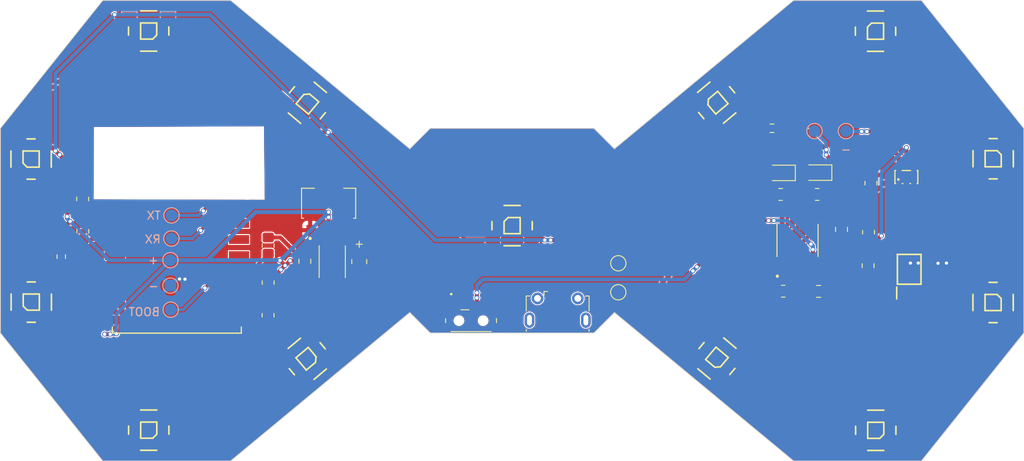
<source format=kicad_pcb>
(kicad_pcb (version 20221018) (generator pcbnew)
  (layers (0 "F.Cu" signal) (31 "B.Cu" signal) (34 "B.Paste" user) (35 "F.Paste" user) (36 "B.SilkS" user "B.Silkscreen") (37 "F.SilkS" user "F.Silkscreen") (38 "B.Mask" user) (39 "F.Mask" user) (44 "Edge.Cuts" user))
  (net 0 "")
  (net 1 "GND")
  (net 2 "+3V3")
  (net 3 "Net-(D1-A)")
  (net 4 "Net-(U3-GND)")
  (net 5 "Net-(U3-VDD)")
  (net 6 "Net-(SW1-C)")
  (net 7 "Net-(D1-K)")
  (net 8 "Net-(D2-K)")
  (net 9 "LED_SIG")
  (net 10 "Net-(U1-TXD)")
  (net 11 "Net-(U1-RXD)")
  (net 12 "Net-(U1-GPIO0)")
  (net 17 "Net-(LED1-DOUT)")
  (net 18 "Net-(LED2-DOUT)")
  (net 19 "Net-(LED3-DOUT)")
  (net 20 "Net-(LED4-DOUT)")
  (net 21 "Net-(LED5-DOUT)")
  (net 22 "Net-(LED6-DOUT)")
  (net 23 "Net-(LED7-DOUT)")
  (net 24 "Net-(LED8-DOUT)")
  (net 25 "Net-(LED10-DIN)")
  (net 26 "Net-(LED10-DOUT)")
  (net 27 "Net-(LED11-DOUT)")
  (net 28 "Net-(LED12-DOUT)")
  (net 30 "Net-(U1-CH_PD)")
  (net 31 "Net-(U1-REST)")
  (net 32 "Net-(U1-GPIO15)")
  (net 33 "Net-(U1-GPIO2)")
  (net 34 "Net-(U2-PROG)")
  (net 35 "Net-(U2-~{STDBY})")
  (net 36 "Net-(U2-~{CHRG})")
  (net 37 "Net-(U3-CSI)")
  (net 50 "Net-(U3-OD)")
  (net 51 "Net-(U3-OC)")
  (net 53 "Net-(U4-D12-Pad1)")
  (net 56 "Net-(LED1-VDD)")
  (net 57 "LED_VOLTAGE")
  (footprint "Switch:MSK12C02" (layer "F.Cu") (at 76.325 63.875)
    (fp_text reference "SW1" hide)
    (fp_text value "SW_SPDT" hide)
  )
  (footprint "Resistor_SMD:R_0805_2012Metric_Pad1.20x1.40mm_HandSolder" (layer "F.Cu") (at 51.15 54.55 -90)
    (fp_text reference "R4" hide)
    (fp_text value "10K")
  )
  (footprint "GlowTie:WS2812B" (layer "F.Cu") (at 106.81 36.82 -50)
    (fp_text reference "LED8" hide)
    (fp_text value "WS2812B" hide)
  )
  (footprint "GlowTie:WS2812B" (layer "F.Cu") (at 126.52 27.95 -90)
    (fp_text reference "LED9" hide)
    (fp_text value "WS2812B" hide)
  )
  (footprint "GlowTie:WS2812B" (layer "F.Cu") (at 21.73 43.82)
    (fp_text reference "LED4" hide)
    (fp_text value "WS2812B" hide)
  )
  (footprint "GlowTie:WS2812B" (layer "F.Cu") (at 36.33 77.46 90)
    (fp_text reference "LED2" hide)
    (fp_text value "WS2812B" hide)
  )
  (footprint "Capacitor_SMD:C_0805_2012Metric_Pad1.18x1.45mm_HandSolder" (layer "F.Cu") (at 125.6 57.05 -90)
    (fp_text reference "C3" hide)
    (fp_text value "10uF")
  )
  (footprint "GlowTie:WS2812B" (layer "F.Cu") (at 106.84 68.57 50)
    (fp_text reference "LED13" hide)
    (fp_text value "WS2812B" hide)
  )
  (footprint "Resistor_SMD:R_0603_1608Metric" (layer "F.Cu") (at 25.475 55.925 -90)
    (fp_text reference "R11" hide)
    (fp_text value "R")
  )
  (footprint "Resistor_SMD:R_0805_2012Metric_Pad1.20x1.40mm_HandSolder" (layer "F.Cu") (at 28.13 48.77 -90)
    (fp_text reference "R2" hide)
    (fp_text value "10K")
  )
  (footprint "TestPoint:TestPoint_Pad_D1.5mm" (layer "F.Cu") (at 94.6 60.35)
    (fp_text reference "J8" hide)
    (fp_text value "VINPUT")
  )
  (footprint "GlowTie:WS2812B" (layer "F.Cu") (at 81.42 52.08 -90)
    (fp_text reference "LED7" hide)
    (fp_text value "WS2812B" hide)
  )
  (footprint "GlowTie:DW01A" (layer "F.Cu") (at 130.35 46.05)
    (fp_text reference "U3" hide)
    (fp_text value "DW01A")
  )
  (footprint "GlowTie:ESP-12E_SMD" (layer "F.Cu") (at 32.83 49.8025)
    (fp_text reference "U1" hide)
    (fp_text value "ESP-12F" hide)
  )
  (footprint "GlowTie:FS8205A" (layer "F.Cu") (at 130.7 57.5 90)
    (fp_text reference "U4" hide)
    (fp_text value "FS8205A" hide)
  )
  (footprint "Resistor_SMD:R_0805_2012Metric_Pad1.20x1.40mm_HandSolder" (layer "F.Cu") (at 119.28 48.21 180)
    (fp_text reference "R7" hide)
    (fp_text value "1k")
  )
  (footprint "Capacitor_SMD:C_0805_2012Metric_Pad1.18x1.45mm_HandSolder" (layer "F.Cu") (at 55.7 56.5 -90)
    (fp_text reference "C4" hide)
    (fp_text value "1uF" hide)
  )
  (footprint "Resistor_SMD:R_0805_2012Metric_Pad1.20x1.40mm_HandSolder" (layer "F.Cu") (at 125.65 52.9 -90)
    (fp_text reference "R9" hide)
    (fp_text value "100")
  )
  (footprint "Resistor_SMD:R_0805_2012Metric_Pad1.20x1.40mm_HandSolder" (layer "F.Cu") (at 51.14 63.2 -90)
    (fp_text reference "R3" hide)
    (fp_text value "10K")
  )
  (footprint "Resistor_SMD:R_0805_2012Metric_Pad1.20x1.40mm_HandSolder" (layer "F.Cu") (at 51.15 59.15 -90)
    (fp_text reference "R5" hide)
    (fp_text value "10K")
  )
  (footprint "GlowTie:AMS1117-3.3" (layer "F.Cu") (at 58.65 49.301)
    (fp_text reference "U5" hide)
    (fp_text value "LDO")
  )
  (footprint "Resistor_SMD:R_0805_2012Metric_Pad1.20x1.40mm_HandSolder" (layer "F.Cu") (at 125.95 46.8 90)
    (fp_text reference "R10" hide)
    (fp_text value "1k")
  )
  (footprint "GlowTie:WS2812B" (layer "F.Cu") (at 21.75 61.57)
    (fp_text reference "LED3" hide)
    (fp_text value "WS2812B" hide)
  )
  (footprint "Resistor_SMD:R_0805_2012Metric_Pad1.20x1.40mm_HandSolder" (layer "F.Cu") (at 114.74 48.21)
    (fp_text reference "R8" hide)
    (fp_text value "1k")
  )
  (footprint "GlowTie:Tantalum_10uF" (layer "F.Cu") (at 62.45 56.55 90)
    (fp_text reference "C5" hide)
    (fp_text value "10uF" hide)
  )
  (footprint "GlowTie:WS2812B" (layer "F.Cu") (at 141.11 61.62 180)
    (fp_text reference "LED11" hide)
    (fp_text value "WS2812B" hide)
  )
  (footprint "GlowTie:WS2812B" (layer "F.Cu") (at 141.12 43.78 180)
    (fp_text reference "LED10" hide)
    (fp_text value "WS2812B" hide)
  )
  (footprint "Capacitor_SMD:C_0805_2012Metric_Pad1.18x1.45mm_HandSolder" (layer "F.Cu") (at 122.3 52.55 90)
    (fp_text reference "C1" hide)
    (fp_text value "0.1uF")
  )
  (footprint "GlowTie:Tantalum_100uF" (layer "F.Cu") (at 59.1 56.55 -90)
    (fp_text reference "C6" hide)
    (fp_text value "100uF" hide)
  )
  (footprint "GlowTie:WS2812B" (layer "F.Cu") (at 56.02 36.83 -130)
    (fp_text reference "LED6" hide)
    (fp_text value "WS2812B" hide)
  )
  (footprint "LED_SMD:LED_0805_2012Metric_Pad1.15x1.40mm_HandSolder" (layer "F.Cu") (at 119.2375 45.5 180)
    (fp_text reference "D1" hide)
    (fp_text value "GREEN")
  )
  (footprint "Resistor_SMD:R_0603_1608Metric" (layer "F.Cu") (at 113.675 40 180)
    (fp_text reference "R12" hide)
    (fp_text value "R" hide)
  )
  (footprint "Capacitor_SMD:C_0805_2012Metric_Pad1.18x1.45mm_HandSolder" (layer "F.Cu") (at 119.45 60.24)
    (fp_text reference "C2" hide)
    (fp_text value "0.1uF")
  )
  (footprint "Resistor_SMD:R_0805_2012Metric_Pad1.20x1.40mm_HandSolder" (layer "F.Cu") (at 115.07 60.22)
    (fp_text reference "R6" hide)
    (fp_text value "1.2k")
  )
  (footprint "Connector_USB:USB_Micro-B_Molex-105017-0001" (layer "F.Cu") (at 87.075 62.575)
    (fp_text reference "J6" hide)
    (fp_text value "USB_B_Micro")
  )
  (footprint "GlowTie:WS2812B" (layer "F.Cu") (at 56 68.6 130)
    (fp_text reference "LED1" hide)
    (fp_text value "WS2812B" hide)
  )
  (footprint "GlowTie:WS2812B" (layer "F.Cu") (at 36.32 27.93 90)
    (fp_text reference "LED5" hide)
    (fp_text value "WS2812B" hide)
  )
  (footprint "Resistor_SMD:R_0805_2012Metric_Pad1.20x1.40mm_HandSolder" (layer "F.Cu") (at 28.15 52.78 -90)
    (fp_text reference "R1" hide)
    (fp_text value "10K")
  )
  (footprint "GlowTie:TP4056" (layer "F.Cu") (at 116.84 53.91 90)
    (fp_text reference "U2" hide)
    (fp_text value "TP4056")
  )
  (footprint "TestPoint:TestPoint_Pad_D1.5mm" (layer "F.Cu") (at 94.6 56.75)
    (fp_text reference "J7" hide)
    (fp_text value "GND")
  )
  (footprint "LED_SMD:LED_0805_2012Metric_Pad1.15x1.40mm_HandSolder" (layer "F.Cu") (at 114.7075 45.54 180)
    (fp_text reference "D2" hide)
    (fp_text value "RED")
  )
  (footprint "GlowTie:WS2812B" (layer "F.Cu") (at 126.55 77.48 90)
    (fp_text reference "LED12" hide)
    (fp_text value "WS2812B" hide)
  )
  (footprint "TestPoint:TestPoint_Pad_D1.5mm" (layer "B.Cu") (at 39.02 59.52 180)
    (fp_text reference "J2" hide)
    (fp_text value "-")
  )
  (footprint "TestPoint:TestPoint_Pad_D1.5mm" (layer "B.Cu") (at 39.16 50.81 180)
    (fp_text reference "J3" hide)
    (fp_text value "TX")
  )
  (footprint "TestPoint:TestPoint_Pad_D1.5mm" (layer "B.Cu") (at 122.85 40.35 180)
    (fp_text reference "J9" hide)
    (fp_text value "-")
  )
  (footprint "TestPoint:TestPoint_Pad_D1.5mm" (layer "B.Cu") (at 39.06 62.51 180)
    (fp_text reference "J5" hide)
    (fp_text value "BOOT")
  )
  (footprint "TestPoint:TestPoint_Pad_D1.5mm" (layer "B.Cu") (at 39.01 56.37 180)
    (fp_text reference "J1" hide)
    (fp_text value "+")
  )
  (footprint "TestPoint:TestPoint_Pad_D1.5mm" (layer "B.Cu") (at 118.95 40.35 180)
    (fp_text reference "J10" hide)
    (fp_text value "VBATT1")
  )
  (footprint "TestPoint:TestPoint_Pad_D1.5mm" (layer "B.Cu") (at 39.14 53.68 180)
    (fp_text reference "J4" hide)
    (fp_text value "RX")
  )
  (gr_line (start 132.22 81.28) (end 116.345 81.28) (stroke (width 0.1)) (layer "Edge.Cuts"))
  (gr_line (start 30.62 24.13) (end 17.92 40.005) (stroke (width 0.1)) (layer "Edge.Cuts"))
  (gr_line (start 17.92 65.405) (end 30.62 81.28) (stroke (width 0.1)) (layer "Edge.Cuts"))
  (gr_line (start 30.62 24.13) (end 46.495 24.13) (stroke (width 0.1)) (layer "Edge.Cuts"))
  (gr_line (start 144.92 65.405) (end 132.22 81.28) (stroke (width 0.1)) (layer "Edge.Cuts"))
  (gr_line (start 91.58 40.005) (end 94.12 42.545) (stroke (width 0.1)) (layer "Edge.Cuts"))
  (gr_line (start 81.42 65.405) (end 91.58 65.405) (stroke (width 0.1)) (layer "Edge.Cuts"))
  (gr_line (start 68.72 42.545) (end 46.495 24.13) (stroke (width 0.1)) (layer "Edge.Cuts"))
  (gr_line (start 144.92 65.405) (end 144.92 40.005) (stroke (width 0.1)) (layer "Edge.Cuts"))
  (gr_line (start 71.26 65.405) (end 68.72 62.865) (stroke (width 0.1)) (layer "Edge.Cuts"))
  (gr_line (start 30.62 81.28) (end 46.495 81.28) (stroke (width 0.1)) (layer "Edge.Cuts"))
  (gr_line (start 91.58 65.405) (end 94.12 62.865) (stroke (width 0.1)) (layer "Edge.Cuts"))
  (gr_line (start 17.92 40.005) (end 17.92 65.405) (stroke (width 0.1)) (layer "Edge.Cuts"))
  (gr_line (start 81.42 65.405) (end 71.26 65.405) (stroke (width 0.1)) (layer "Edge.Cuts"))
  (gr_line (start 68.72 42.545) (end 71.26 40.005) (stroke (width 0.1)) (layer "Edge.Cuts"))
  (gr_line (start 71.26 40.005) (end 91.58 40.005) (stroke (width 0.1)) (layer "Edge.Cuts"))
  (gr_line (start 116.345 24.13) (end 94.12 42.545) (stroke (width 0.1)) (layer "Edge.Cuts"))
  (gr_line (start 132.22 24.13) (end 144.92 40.005) (stroke (width 0.1)) (layer "Edge.Cuts"))
  (gr_line (start 46.495 81.28) (end 68.72 62.865) (stroke (width 0.1)) (layer "Edge.Cuts"))
  (gr_line (start 116.345 81.28) (end 94.12 62.865) (stroke (width 0.1)) (layer "Edge.Cuts"))
  (gr_line (start 132.22 24.13) (end 116.345 24.13) (stroke (width 0.1)) (layer "Edge.Cuts"))
  (segment (start 130.375 54.562) (end 131.025 54.562) (width 0.5) (layer "F.Cu") (net 1))
  (segment (start 134.275 56.75) (end 135.3 56.75) (width 0.5) (layer "F.Cu") (net 1))
  (segment (start 114.95 56.37) (end 114.935 56.385) (width 0.5) (layer "F.Cu") (net 1))
  (segment (start 135.3 56.75) (end 135.325 56.725) (width 0.5) (layer "F.Cu") (net 1))
  (segment (start 130.85 56.725) (end 131.825 56.725) (width 0.5) (layer "F.Cu") (net 1))
  (via (at 131.825 56.725) (size 0.6) (drill 0.4) (layers "F.Cu" "B.Cu") (net 1))
  (via (at 40.825 58.725) (size 0.6) (drill 0.4) (layers "F.Cu" "B.Cu") (net 1))
  (via (at 134.275 56.75) (size 0.6) (drill 0.4) (layers "F.Cu" "B.Cu") (net 1))
  (via (at 135.325 56.725) (size 0.6) (drill 0.4) (layers "F.Cu" "B.Cu") (net 1))
  (via (at 40.15 58.7) (size 0.6) (drill 0.4) (layers "F.Cu" "B.Cu") (net 1))
  (via (at 130.85 56.725) (size 0.6) (drill 0.4) (layers "F.Cu" "B.Cu") (net 1))
  (segment (start 40.15 58.7) (end 40.8 58.7) (width 0.5) (layer "B.Cu") (net 1))
  (segment (start 134.275 56.75) (end 131.85 56.75) (width 0.5) (layer "B.Cu") (net 1))
  (segment (start 39.84 58.7) (end 40.15 58.7) (width 0.5) (layer "B.Cu") (net 1))
  (segment (start 39.02 59.52) (end 39.84 58.7) (width 0.5) (layer "B.Cu") (net 1))
  (segment (start 131.85 56.75) (end 131.825 56.725) (width 0.5) (layer "B.Cu") (net 1))
  (segment (start 52.65 53.55) (end 51.15 53.55) (width 0.5) (layer "F.Cu") (net 2))
  (segment (start 26.2 51.175) (end 26.575 51.55) (width 0.5) (layer "F.Cu") (net 2))
  (segment (start 52.625 56.4) (end 53.25 57.025) (width 0.5) (layer "F.Cu") (net 2))
  (segment (start 26.575 51.565) (end 26.575 51.55) (width 0.5) (layer "F.Cu") (net 2))
  (segment (start 53.35 54.25) (end 52.65 53.55) (width 0.5) (layer "F.Cu") (net 2))
  (segment (start 53.25 57.025) (end 53.275 57.025) (width 0.5) (layer "F.Cu") (net 2))
  (segment (start 52.725 57.55) (end 53.25 57.025) (width 0.5) (layer "F.Cu") (net 2))
  (segment (start 26.2 50.95) (end 26.225 50.925) (width 0.5) (layer "F.Cu") (net 2))
  (segment (start 31.55 65.55) (end 30.85 65.55) (width 0.5) (layer "F.Cu") (net 2))
  (segment (start 58.65 52.646) (end 58.65 51.05) (width 0.5) (layer "F.Cu") (net 2))
  (segment (start 53.875 56.425) (end 54.7375 56.425) (width 0.5) (layer "F.Cu") (net 2))
  (segment (start 59.1 55.292176) (end 59.1 53.096) (width 0.5) (layer "F.Cu") (net 2))
  (segment (start 32.325 65.5) (end 31.6 65.5) (width 0.5) (layer "F.Cu") (net 2))
  (segment (start 26.79 51.78) (end 26.575 51.565) (width 0.5) (layer "F.Cu") (net 2))
  (segment (start 53.275 57.025) (end 53.875 56.425) (width 0.5) (layer "F.Cu") (net 2))
  (segment (start 58.65 51.05) (end 58.65 50.4) (width 0.5) (layer "F.Cu") (net 2))
  (segment (start 28.15 51.78) (end 26.79 51.78) (width 0.5) (layer "F.Cu") (net 2))
  (segment (start 54.5625 55.4625) (end 53.35 54.25) (width 0.5) (layer "F.Cu") (net 2))
  (segment (start 59.1 53.096) (end 58.65 52.646) (width 0.5) (layer "F.Cu") (net 2))
  (segment (start 31.6 65.5) (end 31.55 65.55) (width 0.5) (layer "F.Cu") (net 2))
  (segment (start 52.15 58.15) (end 52.725 57.575) (width 0.5) (layer "F.Cu") (net 2))
  (segment (start 32.83 65.02) (end 32.35 65.5) (width 0.5) (layer "F.Cu") (net 2))
  (segment (start 58.929676 55.4625) (end 59.1 55.292176) (width 0.5) (layer "F.Cu") (net 2))
  (segment (start 55.7 55.4625) (end 58.929676 55.4625) (width 0.5) (layer "F.Cu") (net 2))
  (segment (start 54.7375 56.425) (end 55.7 55.4625) (width 0.5) (layer "F.Cu") (net 2))
  (segment (start 55.7 55.4625) (end 54.5625 55.4625) (width 0.5) (layer "F.Cu") (net 2))
  (segment (start 32.83 63.8025) (end 32.83 65.02) (width 0.5) (layer "F.Cu") (net 2))
  (segment (start 27.605 47.77) (end 28.13 47.77) (width 0.5) (layer "F.Cu") (net 2))
  (segment (start 51.15 58.15) (end 52.15 58.15) (width 0.5) (layer "F.Cu") (net 2))
  (segment (start 26.225 50.925) (end 26.225 49.15) (width 0.5) (layer "F.Cu") (net 2))
  (segment (start 25.475 55.1) (end 25.475 52.65) (width 0.5) (layer "F.Cu") (net 2))
  (segment (start 52.725 57.575) (end 52.725 57.55) (width 0.5) (layer "F.Cu") (net 2))
  (segment (start 25.475 52.65) (end 26.575 51.55) (width 0.5) (layer "F.Cu") (net 2))
  (segment (start 26.225 49.15) (end 27.605 47.77) (width 0.5) (layer "F.Cu") (net 2))
  (via (at 53.875 56.425) (size 0.6) (drill 0.4) (layers "F.Cu" "B.Cu") (net 2))
  (via (at 52.625 56.4) (size 0.6) (drill 0.4) (layers "F.Cu" "B.Cu") (net 2))
  (via (at 26.575 51.55) (size 0.6) (drill 0.4) (layers "F.Cu" "B.Cu") (net 2))
  (via (at 30.85 65.55) (size 0.6) (drill 0.4) (layers "F.Cu" "B.Cu") (net 2))
  (via (at 58.65 50.4) (size 0.6) (drill 0.4) (layers "F.Cu" "B.Cu") (net 2))
  (via (at 58.65 51.05) (size 0.6) (drill 0.4) (layers "F.Cu" "B.Cu") (net 2))
  (via (at 52.725 57.55) (size 0.6) (drill 0.4) (layers "F.Cu" "B.Cu") (net 2))
  (via (at 31.55 65.55) (size 0.6) (drill 0.4) (layers "F.Cu" "B.Cu") (net 2))
  (via (at 53.25 57.025) (size 0.6) (drill 0.4) (layers "F.Cu" "B.Cu") (net 2))
  (via (at 26.2 50.95) (size 0.6) (drill 0.4) (layers "F.Cu" "B.Cu") (net 2))
  (via (at 32.325 65.5) (size 0.6) (drill 0.4) (layers "F.Cu" "B.Cu") (net 2))
  (segment (start 58.65 50.4) (end 49.575 50.4) (width 0.5) (layer "B.Cu") (net 2))
  (segment (start 52.655 56.37) (end 52.625 56.4) (width 0.5) (layer "B.Cu") (net 2))
  (segment (start 39.01 56.37) (end 31.395 56.37) (width 0.5) (layer "B.Cu") (net 2))
  (segment (start 32.3 63.08) (end 39.01 56.37) (width 0.5) (layer "B.Cu") (net 2))
  (segment (start 52.595 56.37) (end 52.545 56.37) (width 0.5) (layer "B.Cu") (net 2))
  (segment (start 49.575 50.4) (end 43.605 56.37) (width 0.5) (layer "B.Cu") (net 2))
  (segment (start 39.01 56.37) (end 52.545 56.37) (width 0.5) (layer "B.Cu") (net 2))
  (segment (start 43.605 56.37) (end 39.01 56.37) (width 0.5) (layer "B.Cu") (net 2))
  (segment (start 32.3 65.5) (end 32.3 63.08) (width 0.5) (layer "B.Cu") (net 2))
  (segment (start 31.395 56.37) (end 26.575 51.55) (width 0.5) (layer "B.Cu") (net 2))
  (segment (start 52.68 56.37) (end 52.655 56.37) (width 0.5) (layer "B.Cu") (net 2))
  (segment (start 32.3 65.5) (end 31.6 65.5) (width 0.5) (layer "B.Cu") (net 2))
  (segment (start 26.2 50.95) (end 26.2 51.175) (width 0.5) (layer "B.Cu") (net 2))
  (segment (start 58.65 50.4) (end 52.68 56.37) (width 0.5) (layer "B.Cu") (net 2))
  (segment (start 52.625 56.4) (end 52.595 56.37) (width 0.5) (layer "B.Cu") (net 2))
  (segment (start 26.2 51.175) (end 26.575 51.55) (width 0.5) (layer "B.Cu") (net 2))
  (segment (start 119.5025 56.385) (end 122.3 53.5875) (width 0.5) (layer "F.Cu") (net 3))
  (segment (start 113.6825 44.7175) (end 113.6825 45.54) (width 0.5) (layer "F.Cu") (net 3))
  (segment (start 94.6 60.35) (end 98.8725 60.35) (width 0.5) (layer "F.Cu") (net 3))
  (segment (start 118.75 54.65) (end 118.75 55.05) (width 0.5) (layer "F.Cu") (net 3))
  (segment (start 118.75 55.05) (end 118.75 56.38) (width 0.5) (layer "F.Cu") (net 3))
  (segment (start 118.5 54.4) (end 118.75 54.65) (width 0.5) (layer "F.Cu") (net 3))
  (segment (start 98.8725 60.35) (end 109.71125 49.51125) (width 0.5) (layer "F.Cu") (net 3))
  (segment (start 92.3 60.35) (end 94.6 60.35) (width 0.5) (layer "F.Cu") (net 3))
  (segment (start 117.1 43.5) (end 114.9 43.5) (width 0.5) (layer "F.Cu") (net 3))
  (segment (start 86.925 63.5) (end 89.15 63.5) (width 0.5) (layer "F.Cu") (net 3))
  (segment (start 118.2125 45.5) (end 118.2125 44.6125) (width 0.5) (layer "F.Cu") (net 3))
  (segment (start 85.775 62.35) (end 86.925 63.5) (width 0.5) (layer "F.Cu") (net 3))
  (segment (start 89.15 63.5) (end 92.3 60.35) (width 0.5) (layer "F.Cu") (net 3))
  (segment (start 113.25 51.45) (end 113.235 51.435) (width 0.5) (layer "F.Cu") (net 3))
  (segment (start 111.635 51.435) (end 109.71125 49.51125) (width 0.5) (layer "F.Cu") (net 3))
  (segment (start 85.775 61.1125) (end 85.775 62.35) (width 0.5) (layer "F.Cu") (net 3))
  (segment (start 113.25 51.45) (end 113.9 51.45) (width 0.5) (layer "F.Cu") (net 3))
  (segment (start 113.235 51.435) (end 111.635 51.435) (width 0.5) (layer "F.Cu") (net 3))
  (segment (start 118.2125 44.6125) (end 117.1 43.5) (width 0.5) (layer "F.Cu") (net 3))
  (segment (start 114.935 51.435) (end 113.915 51.435) (width 0.5) (layer "F.Cu") (net 3))
  (segment (start 113.915 51.435) (end 113.9 51.45) (width 0.5) (layer "F.Cu") (net 3))
  (segment (start 114.9 43.5) (end 113.6825 44.7175) (width 0.5) (layer "F.Cu") (net 3))
  (segment (start 109.71125 49.51125) (end 113.6825 45.54) (width 0.5) (layer "F.Cu") (net 3))
  (segment (start 118.745 56.385) (end 119.5025 56.385) (width 0.5) (layer "F.Cu") (net 3))
  (via (at 113.9 51.45) (size 0.6) (drill 0.4) (layers "F.Cu" "B.Cu") (net 3))
  (via (at 118.75 55.05) (size 0.6) (drill 0.4) (layers "F.Cu" "B.Cu") (net 3))
  (via (at 113.25 51.45) (size 0.6) (drill 0.4) (layers "F.Cu" "B.Cu") (net 3))
  (via (at 118.5 54.375) (size 0.6) (drill 0.4) (layers "F.Cu" "B.Cu") (net 3))
  (segment (start 113.9 51.45) (end 115.55 51.45) (width 0.5) (layer "B.Cu") (net 3))
  (segment (start 118.75 54.625) (end 118.5 54.375) (width 0.5) (layer "B.Cu") (net 3))
  (segment (start 118.75 55.05) (end 118.75 54.625) (width 0.5) (layer "B.Cu") (net 3))
  (segment (start 115.55 51.45) (end 118.5 54.4) (width 0.5) (layer "B.Cu") (net 3))
  (segment (start 134.05 58.7) (end 133.4 58.05) (width 0.5) (layer "F.Cu") (net 4))
  (segment (start 129.4 43.45) (end 126.35 40.4) (width 0.5) (layer "F.Cu") (net 4))
  (segment (start 130.913 60.55) (end 131.025 60.438) (width 0.5) (layer "F.Cu") (net 4))
  (segment (start 126.35 40.4) (end 125.45 40.4) (width 0.5) (layer "F.Cu") (net 4))
  (segment (start 118.4125 60.24) (end 118.4125 61.4625) (width 0.5) (layer "F.Cu") (net 4))
  (segment (start 133.05 58.05) (end 131.2 58.05) (width 0.5) (layer "F.Cu") (net 4))
  (segment (start 130.7 58.55) (end 130.7 60.55) (width 0.5) (layer "F.Cu") (net 4))
  (segment (start 130.7 60.55) (end 130.913 60.55) (width 0.5) (layer "F.Cu") (net 4))
  (segment (start 118.4125 61.4625) (end 121 64.05) (width 0.5) (layer "F.Cu") (net 4))
  (segment (start 133.05 41.35) (end 132.1 40.4) (width 0.5) (layer "F.Cu") (net 4))
  (segment (start 121 64.05) (end 132.6 64.05) (width 0.5) (layer "F.Cu") (net 4))
  (segment (start 132.6 64.05) (end 134.05 62.6) (width 0.5) (layer "F.Cu") (net 4))
  (segment (start 129.4 44.75) (end 129.4 43.45) (width 0.5) (layer "F.Cu") (net 4))
  (segment (start 133.4 58.05) (end 133.05 58.05) (width 0.5) (layer "F.Cu") (net 4))
  (segment (start 131.2 58.05) (end 130.7 58.55) (width 0.5) (layer "F.Cu") (net 4))
  (segment (start 134.05 62.6) (end 134.05 58.7) (width 0.5) (layer "F.Cu") (net 4))
  (segment (start 132.1 40.4) (end 126.35 40.4) (width 0.5) (layer "F.Cu") (net 4))
  (segment (start 133.05 58.05) (end 133.05 41.35) (width 0.5) (layer "F.Cu") (net 4))
  (via (at 125.45 40.4) (size 0.6) (drill 0.4) (layers "F.Cu" "B.Cu") (net 4))
  (via (at 124.8 40.4) (size 0.6) (drill 0.4) (layers "F.Cu" "B.Cu") (net 4))
  (segment (start 124.8 40.4) (end 122.9 40.4) (width 0.5) (layer "B.Cu") (net 4))
  (segment (start 124.8 40.4) (end 125.45 40.4) (width 0.5) (layer "B.Cu") (net 4))
  (segment (start 122.9 40.4) (end 122.85 40.35) (width 0.5) (layer "B.Cu") (net 4))
  (segment (start 126.75 53.9) (end 125.65 53.9) (width 0.5) (layer "F.Cu") (net 5))
  (segment (start 127.5 54.65) (end 126.75 53.9) (width 0.5) (layer "F.Cu") (net 5))
  (segment (start 126.76 60.24) (end 127.5 59.5) (width 0.5) (layer "F.Cu") (net 5))
  (segment (start 127.2 53.35) (end 127.25 53.35) (width 0.5) (layer "F.Cu") (net 5))
  (segment (start 127.25 53.3) (end 127.2 53.35) (width 0.5) (layer "F.Cu") (net 5))
  (segment (start 125.65 53.9) (end 126.65 53.9) (width 0.5) (layer "F.Cu") (net 5))
  (segment (start 130.35 44.75) (end 130.35 42.4) (width 0.5) (layer "F.Cu") (net 5))
  (segment (start 126.65 53.9) (end 127.2 53.35) (width 0.5) (layer "F.Cu") (net 5))
  (segment (start 120.4875 60.24) (end 126.76 60.24) (width 0.5) (layer "F.Cu") (net 5))
  (segment (start 127.5 59.5) (end 127.5 54.65) (width 0.5) (layer "F.Cu") (net 5))
  (segment (start 127.25 53.35) (end 127.25 53.3) (width 0.5) (layer "F.Cu") (net 5))
  (via (at 127.25 53.35) (size 0.6) (drill 0.4) (layers "F.Cu" "B.Cu") (net 5))
  (via (at 130.35 42.4) (size 0.6) (drill 0.4) (layers "F.Cu" "B.Cu") (net 5))
  (segment (start 127.25 45.5) (end 130.35 42.4) (width 0.5) (layer "B.Cu") (net 5))
  (segment (start 127.25 53.35) (end 127.25 45.5) (width 0.5) (layer "B.Cu") (net 5))
  (segment (start 60.94 52.646) (end 61.196 52.646) (width 0.5) (layer "F.Cu") (net 6))
  (segment (start 63.250278 54.6) (end 62.45 55.400278) (width 0.5) (layer "F.Cu") (net 6))
  (segment (start 74.075 60.725) (end 67.95 54.6) (width 0.5) (layer "F.Cu") (net 6))
  (segment (start 62.45 53.9) (end 62.45 55.400278) (width 0.5) (layer "F.Cu") (net 6))
  (segment (start 74.075 62.025) (end 74.075 60.725) (width 0.5) (layer "F.Cu") (net 6))
  (segment (start 61.196 52.646) (end 62.45 53.9) (width 0.5) (layer "F.Cu") (net 6))
  (segment (start 67.95 54.6) (end 63.250278 54.6) (width 0.5) (layer "F.Cu") (net 6))
  (segment (start 120.2625 48.1925) (end 120.28 48.21) (width 0.5) (layer "F.Cu") (net 7))
  (segment (start 120.2625 45.5) (end 120.2625 48.1925) (width 0.5) (layer "F.Cu") (net 7))
  (segment (start 115.7325 45.54) (end 115.7325 46.2175) (width 0.5) (layer "F.Cu") (net 8))
  (segment (start 115.7325 46.2175) (end 113.74 48.21) (width 0.5) (layer "F.Cu") (net 8))
  (segment (start 54.906664 65.793336) (end 56.777907 65.793336) (width 0.4) (layer "F.Cu") (net 9))
  (segment (start 31.6735 59.8) (end 30.15 59.8) (width 0.4) (layer "F.Cu") (net 9))
  (segment (start 29.35 66.5) (end 31.05 68.2) (width 0.4) (layer "F.Cu") (net 9))
  (segment (start 54.9 65.8) (end 54.906664 65.793336) (width 0.4) (layer "F.Cu") (net 9))
  (segment (start 32.83 59.8025) (end 31.676 59.8025) (width 0.4) (layer "F.Cu") (net 9))
  (segment (start 50.9 68.2) (end 53.3 65.8) (width 0.4) (layer "F.Cu") (net 9))
  (segment (start 29.35 60.6) (end 29.35 66.5) (width 0.4) (layer "F.Cu") (net 9))
  (segment (start 30.15 59.8) (end 29.35 60.6) (width 0.4) (layer "F.Cu") (net 9))
  (segment (start 31.676 59.8025) (end 31.6735 59.8) (width 0.4) (layer "F.Cu") (net 9))
  (segment (start 53.3 65.8) (end 54.9 65.8) (width 0.4) (layer "F.Cu") (net 9))
  (segment (start 31.05 68.2) (end 50.9 68.2) (width 0.4) (layer "F.Cu") (net 9))
  (segment (start 43.4975 49.8025) (end 46.83 49.8025) (width 0.4) (layer "F.Cu") (net 10))
  (segment (start 43.075 50.25) (end 43.4975 49.8275) (width 0.4) (layer "F.Cu") (net 10))
  (segment (start 43.4975 49.8275) (end 43.4975 49.8025) (width 0.4) (layer "F.Cu") (net 10))
  (via (at 43.1 50.25) (size 0.6) (drill 0.4) (layers "F.Cu" "B.Cu") (net 10))
  (segment (start 43.075 50.225) (end 42.49 50.81) (width 0.4) (layer "B.Cu") (net 10))
  (segment (start 42.49 50.81) (end 39.16 50.81) (width 0.4) (layer "B.Cu") (net 10))
  (segment (start 42.775 52.675) (end 43.6475 51.8025) (width 0.4) (layer "F.Cu") (net 11))
  (segment (start 43.6475 51.8025) (end 46.83 51.8025) (width 0.4) (layer "F.Cu") (net 11))
  (via (at 42.775 52.675) (size 0.6) (drill 0.4) (layers "F.Cu" "B.Cu") (net 11))
  (segment (start 41.77 53.68) (end 39.14 53.68) (width 0.4) (layer "B.Cu") (net 11))
  (segment (start 42.775 52.675) (end 41.77 53.68) (width 0.4) (layer "B.Cu") (net 11))
  (segment (start 51.15 55.63) (end 48.9775 57.8025) (width 0.4) (layer "F.Cu") (net 12))
  (segment (start 48.9775 57.8025) (end 46.83 57.8025) (width 0.4) (layer "F.Cu") (net 12))
  (segment (start 45.2975 57.8025) (end 46.83 57.8025) (width 0.4) (layer "F.Cu") (net 12))
  (segment (start 43.325 59.8) (end 45.2975 57.8275) (width 0.4) (layer "F.Cu") (net 12))
  (segment (start 51.15 55.55) (end 51.15 55.63) (width 0.4) (layer "F.Cu") (net 12))
  (segment (start 45.2975 57.8275) (end 45.2975 57.8025) (width 0.4) (layer "F.Cu") (net 12))
  (via (at 43.3 59.825) (size 0.6) (drill 0.4) (layers "F.Cu" "B.Cu") (net 12))
  (segment (start 43.275 59.825) (end 40.59 62.51) (width 0.4) (layer "B.Cu") (net 12))
  (segment (start 40.59 62.51) (end 39.06 62.51) (width 0.4) (layer "B.Cu") (net 12))
  (segment (start 38.73 76.43) (end 38.73 75.81) (width 0.4) (layer "F.Cu") (net 17))
  (segment (start 39.35 77.05) (end 38.73 76.43) (width 0.4) (layer "F.Cu") (net 17))
  (segment (start 49.578757 77.05) (end 39.35 77.05) (width 0.4) (layer "F.Cu") (net 17))
  (segment (start 55.222093 71.406664) (end 49.578757 77.05) (width 0.4) (layer "F.Cu") (net 17))
  (segment (start 32.11 79.11) (end 23.4 70.4) (width 0.4) (layer "F.Cu") (net 18))
  (segment (start 33.93 79.11) (end 32.11 79.11) (width 0.4) (layer "F.Cu") (net 18))
  (segment (start 23.4 70.4) (end 23.4 63.97) (width 0.4) (layer "F.Cu") (net 18))
  (segment (start 20.1 49.5) (end 23.38 46.22) (width 0.4) (layer "F.Cu") (net 19))
  (segment (start 20.1 59.17) (end 20.1 49.5) (width 0.4) (layer "F.Cu") (net 19))
  (segment (start 31.45 27.85) (end 37.55 27.85) (width 0.4) (layer "F.Cu") (net 20))
  (segment (start 20.08 41.42) (end 20.08 39.22) (width 0.4) (layer "F.Cu") (net 20))
  (segment (start 37.55 27.85) (end 38.72 26.68) (width 0.4) (layer "F.Cu") (net 20))
  (segment (start 20.08 39.22) (end 31.45 27.85) (width 0.4) (layer "F.Cu") (net 20))
  (segment (start 38.72 26.68) (end 38.72 26.28) (width 0.4) (layer "F.Cu") (net 20))
  (segment (start 51.969611 35.4) (end 53.120894 36.551283) (width 0.4) (layer "F.Cu") (net 21))
  (segment (start 51.9 35.4) (end 51.969611 35.4) (width 0.4) (layer "F.Cu") (net 21))
  (segment (start 35.49 31.15) (end 47.65 31.15) (width 0.4) (layer "F.Cu") (net 21))
  (segment (start 47.65 31.15) (end 51.9 35.4) (width 0.4) (layer "F.Cu") (net 21))
  (segment (start 33.92 29.58) (end 35.49 31.15) (width 0.4) (layer "F.Cu") (net 21))
  (segment (start 58.919106 37.108717) (end 75.45 53.639611) (width 0.4) (layer "F.Cu") (net 22))
  (segment (start 75.45 53.65) (end 75.53 53.73) (width 0.4) (layer "F.Cu") (net 22))
  (segment (start 75.45 53.639611) (end 75.45 53.65) (width 0.4) (layer "F.Cu") (net 22))
  (segment (start 75.53 53.73) (end 79.02 53.73) (width 0.4) (layer "F.Cu") (net 22))
  (segment (start 83.82 50.43) (end 95.228757 50.43) (width 0.4) (layer "F.Cu") (net 23))
  (segment (start 95.228757 50.43) (end 106.032093 39.626664) (width 0.4) (layer "F.Cu") (net 23))
  (segment (start 112.001243 29.6) (end 124.12 29.6) (width 0.4) (layer "F.Cu") (net 24))
  (segment (start 107.587907 34.013336) (end 112.001243 29.6) (width 0.4) (layer "F.Cu") (net 24))
  (segment (start 128.92 26.3) (end 139.47 36.85) (width 0.4) (layer "F.Cu") (net 25))
  (segment (start 139.47 36.85) (end 139.47 41.38) (width 0.4) (layer "F.Cu") (net 25))
  (segment (start 139.46 54.54) (end 139.46 59.22) (width 0.4) (layer "F.Cu") (net 26))
  (segment (start 142.77 46.18) (end 142.77 51.23) (width 0.4) (layer "F.Cu") (net 26))
  (segment (start 142.77 51.23) (end 139.46 54.54) (width 0.4) (layer "F.Cu") (net 26))
  (segment (start 142.76 65.49) (end 132.42 75.83) (width 0.4) (layer "F.Cu") (net 27))
  (segment (start 142.76 64.02) (end 142.76 65.49) (width 0.4) (layer "F.Cu") (net 27))
  (segment (start 132.42 75.83) (end 128.95 75.83) (width 0.4) (layer "F.Cu") (net 27))
  (segment (start 124.15 79.13) (end 120.020389 79.13) (width 0.4) (layer "F.Cu") (net 28))
  (segment (start 120.020389 79.13) (end 109.739106 68.848717) (width 0.4) (layer "F.Cu") (net 28))
  (segment (start 28.15 53.78) (end 32.8075 53.78) (width 0.4) (layer "F.Cu") (net 30))
  (segment (start 32.8075 53.78) (end 32.83 53.8025) (width 0.4) (layer "F.Cu") (net 30))
  (segment (start 28.1625 49.8025) (end 32.83 49.8025) (width 0.4) (layer "F.Cu") (net 31))
  (segment (start 28.13 49.77) (end 28.1625 49.8025) (width 0.4) (layer "F.Cu") (net 31))
  (segment (start 50.7425 61.8025) (end 51.14 62.2) (width 0.4) (layer "F.Cu") (net 32))
  (segment (start 46.83 61.8025) (end 50.7425 61.8025) (width 0.4) (layer "F.Cu") (net 32))
  (segment (start 50.8025 59.8025) (end 51.15 60.15) (width 0.4) (layer "F.Cu") (net 33))
  (segment (start 46.83 59.8025) (end 50.8025 59.8025) (width 0.4) (layer "F.Cu") (net 33))
  (segment (start 116.205 60.085) (end 116.07 60.22) (width 0.5) (layer "F.Cu") (net 34))
  (segment (start 116.205 56.385) (end 116.205 60.085) (width 0.5) (layer "F.Cu") (net 34))
  (segment (start 117.475 49.015) (end 118.28 48.21) (width 0.5) (layer "F.Cu") (net 35))
  (segment (start 117.475 51.435) (end 117.475 49.015) (width 0.5) (layer "F.Cu") (net 35))
  (segment (start 116.205 51.435) (end 116.205 48.675) (width 0.5) (layer "F.Cu") (net 36))
  (segment (start 116.205 48.675) (end 115.74 48.21) (width 0.5) (layer "F.Cu") (net 36))
  (segment (start 130.35 47.35) (end 130.35 46.6) (width 0.5) (layer "F.Cu") (net 37))
  (segment (start 128.3 46.1) (end 126.6 47.8) (width 0.5) (layer "F.Cu") (net 37))
  (segment (start 126.6 47.8) (end 125.95 47.8) (width 0.5) (layer "F.Cu") (net 37))
  (segment (start 130.35 46.6) (end 129.85 46.1) (width 0.5) (layer "F.Cu") (net 37))
  (segment (start 129.85 46.1) (end 128.3 46.1) (width 0.5) (layer "F.Cu") (net 37))
  (segment (start 129 62.5) (end 131.1 62.5) (width 0.5) (layer "F.Cu") (net 50))
  (segment (start 128.45 48.3) (end 128.45 61.95) (width 0.5) (layer "F.Cu") (net 50))
  (segment (start 128.45 61.95) (end 129 62.5) (width 0.5) (layer "F.Cu") (net 50))
  (segment (start 129.4 47.35) (end 128.45 48.3) (width 0.5) (layer "F.Cu") (net 50))
  (segment (start 131.675 61.925) (end 131.675 60.438) (width 0.5) (layer "F.Cu") (net 50))
  (segment (start 131.1 62.5) (end 131.675 61.925) (width 0.5) (layer "F.Cu") (net 50))
  (segment (start 131.675 47.725) (end 131.3 47.35) (width 0.5) (layer "F.Cu") (net 51))
  (segment (start 131.675 54.562) (end 131.675 47.725) (width 0.5) (layer "F.Cu") (net 51))
  (segment (start 129.725 54.562) (end 129.725 60.438) (width 0.5) (layer "F.Cu") (net 53))
  (segment (start 32.48 26.28) (end 32.1 25.9) (width 0.5) (layer "F.Cu") (net 56))
  (segment (start 109.709106 36.541283) (end 112.650389 33.6) (width 0.5) (layer "F.Cu") (net 56))
  (segment (start 139.47 46.18) (end 136.625 49.025) (width 0.5) (layer "F.Cu") (net 56))
  (segment (start 85.33 53.73) (end 85.475 53.875) (width 0.5) (layer "F.Cu") (net 56))
  (segment (start 125.975 73.1) (end 124.15 74.925) (width 0.5) (layer "F.Cu") (net 56))
  (segment (start 25.225 43.275) (end 24.75 42.8) (width 0.5) (layer "F.Cu") (net 56))
  (segment (start 137.745 64.02) (end 139.46 64.02) (width 0.5) (layer "F.Cu") (net 56))
  (segment (start 25.575 43.615) (end 25.275 43.315) (width 0.5) (layer "F.Cu") (net 56))
  (segment (start 25.85 61.62) (end 23.4 59.17) (width 0.5) (layer "F.Cu") (net 56))
  (segment (start 25.275 43.315) (end 25.275 43.275) (width 0.5) (layer "F.Cu") (net 56))
  (segment (start 136.525 37.005) (end 136.525 43.325) (width 0.5) (layer "F.Cu") (net 56))
  (segment (start 53.100894 68.878717) (end 50.004611 71.975) (width 0.5) (layer "F.Cu") (net 56))
  (segment (start 25.85 67.73) (end 25.85 61.62) (width 0.5) (layer "F.Cu") (net 56))
  (segment (start 37.765 71.975) (end 33.93 75.81) (width 0.5) (layer "F.Cu") (net 56))
  (segment (start 136.625 62.9) (end 137.745 64.02) (width 0.5) (layer "F.Cu") (net 56))
  (segment (start 110.988336 65.763336) (end 106.062093 65.763336) (width 0.5) (layer "F.Cu") (net 56))
  (segment (start 23.4 59.17) (end 23.4 58.825) (width 0.5) (layer "F.Cu") (net 56))
  (segment (start 95.45 53.875) (end 109.709106 39.615894) (width 0.5) (layer "F.Cu") (net 56))
  (segment (start 124.15 75.83) (end 121.055 75.83) (width 0.5) (layer "F.Cu") (net 56))
  (segment (start 136.525 43.325) (end 136.615 43.325) (width 0.5) (layer "F.Cu") (net 56))
  (segment (start 121.055 75.83) (end 110.988336 65.763336) (width 0.5) (layer "F.Cu") (net 56))
  (segment (start 129.12 29.6) (end 136.525 37.005) (width 0.5) (layer "F.Cu") (net 56))
  (segment (start 109.709106 39.615894) (end 112.465894 39.615894) (width 0.5) (layer "F.Cu") (net 56))
  (segment (start 109.709106 39.615894) (end 109.709106 36.541283) (width 0.5) (layer "F.Cu") (net 56))
  (segment (start 57.661243 40.5) (end 58.55 40.5) (width 0.5) (layer "F.Cu") (net 56))
  (segment (start 85.475 53.875) (end 86.175 53.875) (width 0.5) (layer "F.Cu") (net 56))
  (segment (start 139.46 64.02) (end 139.38 64.02) (width 0.5) (layer "F.Cu") (net 56))
  (segment (start 136.625 49.025) (end 136.625 62.9) (width 0.5) (layer "F.Cu") (net 56))
  (segment (start 83.82 53.73) (end 85.33 53.73) (width 0.5) (layer "F.Cu") (net 56))
  (segment (start 124.92 33.6) (end 128.92 29.6) (width 0.5) (layer "F.Cu") (net 56))
  (segment (start 33.93 75.81) (end 25.85 67.73) (width 0.5) (layer "F.Cu") (net 56))
  (segment (start 130.3 73.1) (end 125.975 73.1) (width 0.5) (layer "F.Cu") (net 56))
  (segment (start 112.465894 39.615894) (end 112.85 40) (width 0.5) (layer "F.Cu") (net 56))
  (segment (start 23.4 49.875) (end 25.575 47.7) (width 0.5) (layer "F.Cu") (net 56))
  (segment (start 124.15 74.925) (end 124.15 75.83) (width 0.5) (layer "F.Cu") (net 56))
  (segment (start 23.4 58.825) (end 25.475 56.75) (width 0.5) (layer "F.Cu") (net 56))
  (segment (start 136.615 43.325) (end 139.47 46.18) (width 0.5) (layer "F.Cu") (net 56))
  (segment (start 25.275 43.275) (end 25.225 43.275) (width 0.5) (layer "F.Cu") (net 56))
  (segment (start 25.575 47.7) (end 25.575 43.615) (width 0.5) (layer "F.Cu") (net 56))
  (segment (start 56.797907 39.636664) (end 57.661243 40.5) (width 0.5) (layer "F.Cu") (net 56))
  (segment (start 50.004611 71.975) (end 37.765 71.975) (width 0.5) (layer "F.Cu") (net 56))
  (segment (start 23.4 59.17) (end 23.4 49.875) (width 0.5) (layer "F.Cu") (net 56))
  (segment (start 139.38 64.02) (end 130.3 73.1) (width 0.5) (layer "F.Cu") (net 56))
  (segment (start 128.92 29.6) (end 129.12 29.6) (width 0.5) (layer "F.Cu") (net 56))
  (segment (start 24.75 42.79) (end 23.38 41.42) (width 0.5) (layer "F.Cu") (net 56))
  (segment (start 86.175 53.875) (end 95.45 53.875) (width 0.5) (layer "F.Cu") (net 56))
  (segment (start 112.650389 33.6) (end 124.92 33.6) (width 0.5) (layer "F.Cu") (net 56))
  (segment (start 24.75 42.8) (end 24.75 42.79) (width 0.5) (layer "F.Cu") (net 56))
  (segment (start 33.92 26.28) (end 32.48 26.28) (width 0.5) (layer "F.Cu") (net 56))
  (via (at 85.475 53.875) (size 0.6) (drill 0.4) (layers "F.Cu" "B.Cu") (net 56))
  (via (at 24.75 42.8) (size 0.6) (drill 0.4) (layers "F.Cu" "B.Cu") (net 56))
  (via (at 58.6 40.5) (size 0.6) (drill 0.4) (layers "F.Cu" "B.Cu") (net 56))
  (via (at 32.1 25.9) (size 0.6) (drill 0.4) (layers "F.Cu" "B.Cu") (net 56))
  (via (at 25.275 43.275) (size 0.6) (drill 0.4) (layers "F.Cu" "B.Cu") (net 56))
  (via (at 86.2 53.875) (size 0.6) (drill 0.4) (layers "F.Cu" "B.Cu") (net 56))
  (segment (start 32.05 25.9) (end 43.95 25.9) (width 0.5) (layer "B.Cu") (net 56))
  (segment (start 24.75 42.8) (end 24.75 33.2) (width 0.5) (layer "B.Cu") (net 56))
  (segment (start 24.75 33.2) (end 32.05 25.9) (width 0.5) (layer "B.Cu") (net 56))
  (segment (start 85.475 53.875) (end 86.2 53.875) (width 0.5) (layer "B.Cu") (net 56))
  (segment (start 58.55 40.525) (end 71.9 53.875) (width 0.5) (layer "B.Cu") (net 56))
  (segment (start 58.55 40.5) (end 58.55 40.525) (width 0.5) (layer "B.Cu") (net 56))
  (segment (start 71.9 53.875) (end 85.475 53.875) (width 0.5) (layer "B.Cu") (net 56))
  (segment (start 43.95 25.9) (end 58.55 40.5) (width 0.5) (layer "B.Cu") (net 56))
  (segment (start 120.18 50) (end 118.745 51.435) (width 0.5) (layer "F.Cu") (net 57))
  (segment (start 104.3 57.25) (end 103.85 57.7) (width 0.5) (layer "F.Cu") (net 57))
  (segment (start 125.65 50.3) (end 125.35 50) (width 0.5) (layer "F.Cu") (net 57))
  (segment (start 124.55 51.9) (end 125.65 51.9) (width 0.5) (layer "F.Cu") (net 57))
  (segment (start 123.1 50) (end 120.18 50) (width 0.5) (layer "F.Cu") (net 57))
  (segment (start 77.05 61.05) (end 77.05 62) (width 0.5) (layer "F.Cu") (net 57))
  (segment (start 77.05 62) (end 77.075 62.025) (width 0.5) (layer "F.Cu") (net 57))
  (segment (start 118.745 52.855) (end 117.55 54.05) (width 0.5) (layer "F.Cu") (net 57))
  (segment (start 117.75 40) (end 120.4 42.65) (width 0.5) (layer "F.Cu") (net 57))
  (segment (start 123.95 54.8) (end 123.95 52.5) (width 0.5) (layer "F.Cu") (net 57))
  (segment (start 125.35 50) (end 123.1 50) (width 0.5) (layer "F.Cu") (net 57))
  (segment (start 77.05 60.4) (end 77.05 61.05) (width 0.5) (layer "F.Cu") (net 57))
  (segment (start 107.5 54.05) (end 104.3 57.25) (width 0.5) (layer "F.Cu") (net 57))
  (segment (start 117.55 54.05) (end 107.5 54.05) (width 0.5) (layer "F.Cu") (net 57))
  (segment (start 120.4 43.3) (end 123.1 46) (width 0.5) (layer "F.Cu") (net 57))
  (segment (start 123.95 52.5) (end 124.55 51.9) (width 0.5) (layer "F.Cu") (net 57))
  (segment (start 125.6 56.0125) (end 125.1625 56.0125) (width 0.5) (layer "F.Cu") (net 57))
  (segment (start 114.5 40) (end 117.75 40) (width 0.5) (layer "F.Cu") (net 57))
  (segment (start 125.65 51.9) (end 125.65 50.3) (width 0.5) (layer "F.Cu") (net 57))
  (segment (start 125.1625 56.0125) (end 123.95 54.8) (width 0.5) (layer "F.Cu") (net 57))
  (segment (start 123.1 46) (end 123.1 50) (width 0.5) (layer "F.Cu") (net 57))
  (segment (start 118.745 51.435) (end 118.745 52.855) (width 0.5) (layer "F.Cu") (net 57))
  (via (at 103.85 57.7) (size 0.6) (drill 0.4) (layers "F.Cu" "B.Cu") (net 57))
  (via (at 120.4 43.3) (size 0.6) (drill 0.4) (layers "F.Cu" "B.Cu") (net 57))
  (via (at 77.05 60.4) (size 0.6) (drill 0.4) (layers "F.Cu" "B.Cu") (net 57))
  (via (at 104.35 57.2) (size 0.6) (drill 0.4) (layers "F.Cu" "B.Cu") (net 57))
  (via (at 120.4 42.65) (size 0.6) (drill 0.4) (layers "F.Cu" "B.Cu") (net 57))
  (via (at 77.05 61.05) (size 0.6) (drill 0.4) (layers "F.Cu" "B.Cu") (net 57))
  (segment (start 120.4 41.8) (end 120.4 42.65) (width 0.5) (layer "B.Cu") (net 57))
  (segment (start 103.85 57.7) (end 104.35 57.2) (width 0.5) (layer "B.Cu") (net 57))
  (segment (start 120.4 42.65) (end 120.4 43.3) (width 0.5) (layer "B.Cu") (net 57))
  (segment (start 118.95 40.35) (end 120.4 41.8) (width 0.5) (layer "B.Cu") (net 57))
  (segment (start 103.85 57.7) (end 102.8 58.75) (width 0.5) (layer "B.Cu") (net 57))
  (segment (start 77.05 59.5) (end 77.05 60.4) (width 0.5) (layer "B.Cu") (net 57))
  (segment (start 102.8 58.75) (end 77.8 58.75) (width 0.5) (layer "B.Cu") (net 57))
  (segment (start 77.8 58.75) (end 77.05 59.5) (width 0.5) (layer "B.Cu") (net 57))
  (zone (net 1) (net_name "GND") (layer "F.Cu") (name "GND_ZONE") (connect_pads (clearance 0)) (min_thickness 0.254) (fill yes (thermal_gap 0.508) (thermal_bridge_width 0.508))
    (polygon (pts (xy 30.65 24.15) (xy 46.5 24.1) (xy 68.75 42.55) (xy 71.25 40) (xy 91.6 40) (xy 94.15 42.55) (xy 116.35 24.1) (xy 132.2 24.1) (xy 144.9 40) (xy 144.9 65.4) (xy 132.2 81.3) (xy 116.35 81.3) (xy 94.1 62.85) (xy 91.55 65.4) (xy 71.25 65.4) (xy 68.7 62.85) (xy 46.5 81.25) (xy 30.6 81.3) (xy 17.9 65.4) (xy 17.95 40) (xy 30.6 24.15)))
  )
  (zone (net 0) (net_name "") (layer "F.Cu") (name "KEEPOUT") (connect_pads (clearance 0)) (min_thickness 0.254)
    (keepout (tracks not_allowed) (vias not_allowed) (pads not_allowed) (copperpour not_allowed) (footprints allowed))
    (fill (thermal_gap 0.508) (thermal_bridge_width 0.508))
    (polygon (pts (xy 50.73 48.88) (xy 29.49 48.82) (xy 29.51 39.84) (xy 50.63 39.75)))
  )
  (zone (net 1) (net_name "GND") (layer "B.Cu") (name "GND_ZONE") (connect_pads (clearance 0)) (min_thickness 0.254) (fill yes (thermal_gap 0.508) (thermal_bridge_width 0.508))
    (polygon (pts (xy 30.675 24.15) (xy 46.525 24.1) (xy 68.775 42.55) (xy 71.275 40) (xy 91.625 40) (xy 94.175 42.55) (xy 116.375 24.1) (xy 132.225 24.1) (xy 144.925 40) (xy 144.925 65.4) (xy 132.225 81.3) (xy 116.375 81.3) (xy 94.125 62.85) (xy 91.575 65.4) (xy 71.275 65.4) (xy 68.725 62.85) (xy 46.525 81.25) (xy 30.625 81.3) (xy 17.925 65.4) (xy 17.975 40) (xy 30.625 24.15)))
  )
  (zone (net 0) (net_name "") (layer "B.Cu") (name "KEEPOUT") (connect_pads (clearance 0)) (min_thickness 0.254)
    (keepout (tracks not_allowed) (vias not_allowed) (pads not_allowed) (copperpour not_allowed) (footprints allowed))
    (fill (thermal_gap 0.508) (thermal_bridge_width 0.508))
    (polygon (pts (xy 50.726703 48.880215) (xy 29.486703 48.820215) (xy 29.506703 39.840215) (xy 50.626703 39.750215)))
  )
)
</source>
